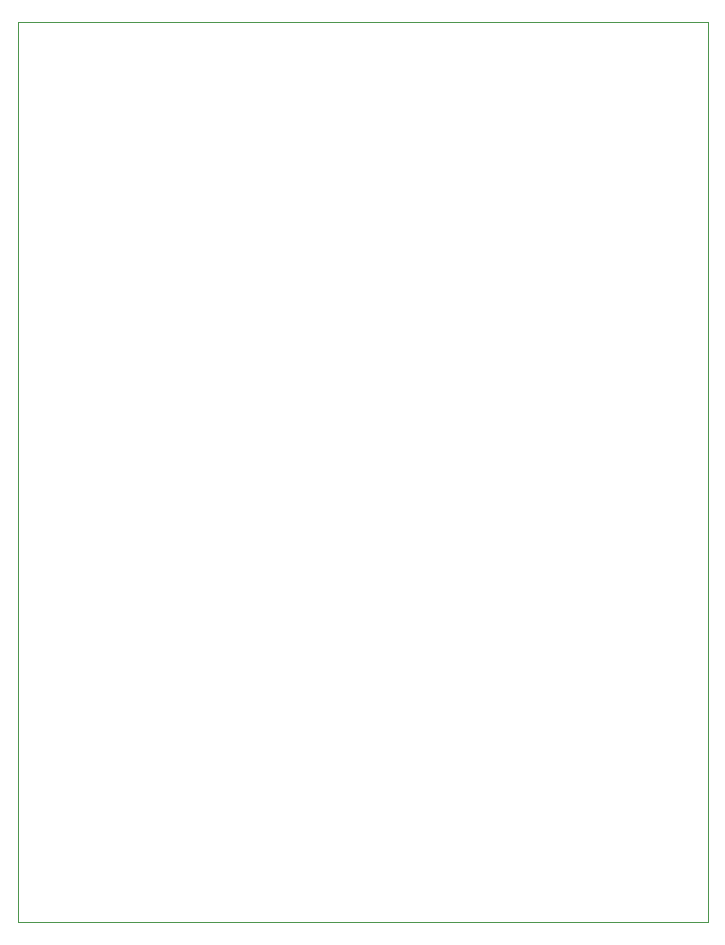
<source format=gm1>
G04 #@! TF.GenerationSoftware,KiCad,Pcbnew,(5.1.6)-1*
G04 #@! TF.CreationDate,2022-11-16T12:34:37-06:00*
G04 #@! TF.ProjectId,adc2o2,61646332-6f32-42e6-9b69-6361645f7063,rev?*
G04 #@! TF.SameCoordinates,Original*
G04 #@! TF.FileFunction,Profile,NP*
%FSLAX46Y46*%
G04 Gerber Fmt 4.6, Leading zero omitted, Abs format (unit mm)*
G04 Created by KiCad (PCBNEW (5.1.6)-1) date 2022-11-16 12:34:37*
%MOMM*%
%LPD*%
G01*
G04 APERTURE LIST*
G04 #@! TA.AperFunction,Profile*
%ADD10C,0.050000*%
G04 #@! TD*
G04 APERTURE END LIST*
D10*
X62230000Y-107950000D02*
X62230000Y-184150000D01*
X120650000Y-107950000D02*
X62230000Y-107950000D01*
X120650000Y-184150000D02*
X120650000Y-107950000D01*
X62230000Y-184150000D02*
X120650000Y-184150000D01*
M02*

</source>
